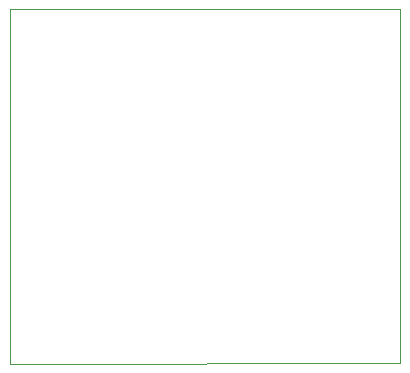
<source format=gbr>
%TF.GenerationSoftware,KiCad,Pcbnew,9.0.6*%
%TF.CreationDate,2025-12-10T19:47:51+00:00*%
%TF.ProjectId,GettingToBlinky5.0,47657474-696e-4675-946f-426c696e6b79,rev?*%
%TF.SameCoordinates,Original*%
%TF.FileFunction,Profile,NP*%
%FSLAX46Y46*%
G04 Gerber Fmt 4.6, Leading zero omitted, Abs format (unit mm)*
G04 Created by KiCad (PCBNEW 9.0.6) date 2025-12-10 19:47:51*
%MOMM*%
%LPD*%
G01*
G04 APERTURE LIST*
%TA.AperFunction,Profile*%
%ADD10C,0.050000*%
%TD*%
G04 APERTURE END LIST*
D10*
X162000000Y-109000000D02*
X162000000Y-79000000D01*
X129000000Y-109055000D02*
X162000000Y-109000000D01*
X129000000Y-79055000D02*
X129000000Y-109055000D01*
X162000000Y-79000000D02*
X129000000Y-79055000D01*
M02*

</source>
